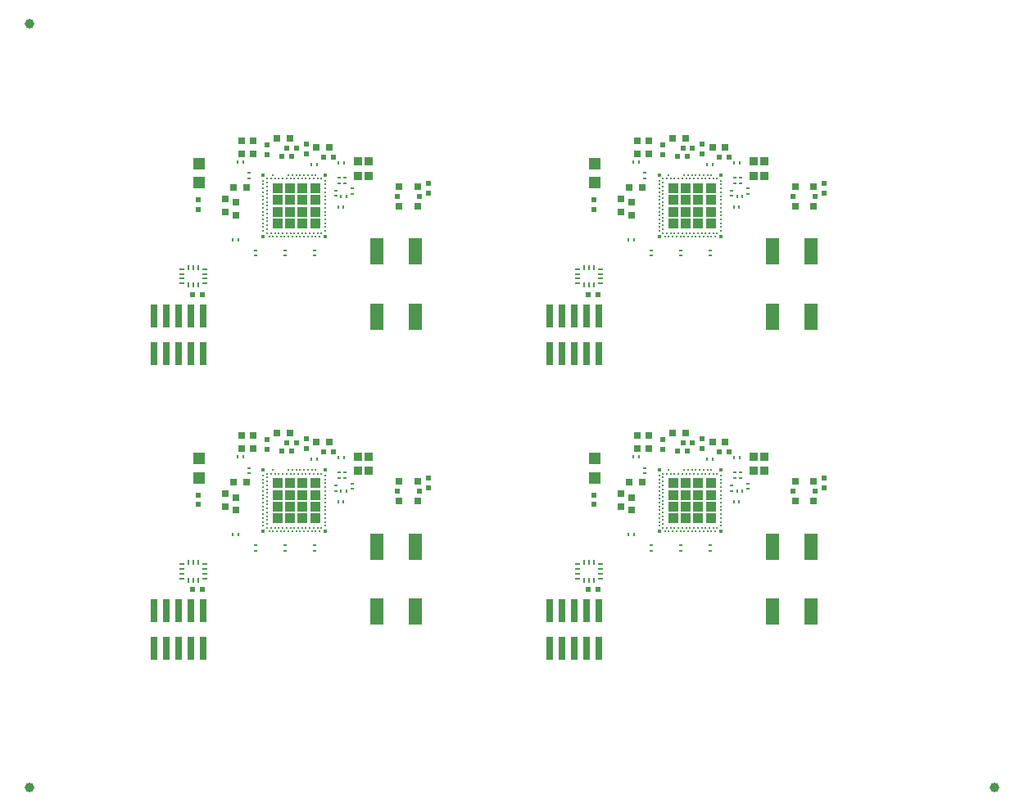
<source format=gtp>
G04*
G04 #@! TF.GenerationSoftware,Altium Limited,Altium Designer,24.0.1 (36)*
G04*
G04 Layer_Color=8421504*
%FSLAX24Y24*%
%MOIN*%
G70*
G04*
G04 #@! TF.SameCoordinates,9228D32E-8527-4A6C-AAF6-1CDB9724A3A0*
G04*
G04*
G04 #@! TF.FilePolarity,Positive*
G04*
G01*
G75*
%ADD10C,0.0394*%
%ADD11R,0.0299X0.0945*%
%ADD12R,0.0098X0.0187*%
%ADD13R,0.0187X0.0098*%
%ADD14R,0.0512X0.0472*%
%ADD15R,0.0236X0.0197*%
%ADD16R,0.0228X0.0197*%
%ADD17R,0.0315X0.0295*%
%ADD18R,0.0197X0.0236*%
%ADD19R,0.0551X0.1083*%
%ADD20R,0.0217X0.0236*%
%ADD21R,0.0106X0.0118*%
%ADD22R,0.0335X0.0374*%
%ADD24R,0.0118X0.0106*%
%ADD25R,0.0315X0.0295*%
%ADD26R,0.0295X0.0315*%
G04:AMPARAMS|DCode=52|XSize=43.3mil|YSize=39.4mil|CornerRadius=3mil|HoleSize=0mil|Usage=FLASHONLY|Rotation=180.000|XOffset=0mil|YOffset=0mil|HoleType=Round|Shape=RoundedRectangle|*
%AMROUNDEDRECTD52*
21,1,0.0433,0.0335,0,0,180.0*
21,1,0.0374,0.0394,0,0,180.0*
1,1,0.0059,-0.0187,0.0167*
1,1,0.0059,0.0187,0.0167*
1,1,0.0059,0.0187,-0.0167*
1,1,0.0059,-0.0187,-0.0167*
%
%ADD52ROUNDEDRECTD52*%
%ADD53C,0.0098*%
%ADD54C,0.0167*%
D10*
X1969Y33071D02*
D03*
X41260Y1969D02*
D03*
X1969D02*
D03*
D11*
X7031Y9193D02*
D03*
X7531D02*
D03*
X8031D02*
D03*
X8532D02*
D03*
X9032D02*
D03*
X7031Y7657D02*
D03*
X7531D02*
D03*
X8031D02*
D03*
X8532D02*
D03*
X9032D02*
D03*
X23134Y9193D02*
D03*
X23634D02*
D03*
X24134D02*
D03*
X24634D02*
D03*
X25134D02*
D03*
X23134Y7657D02*
D03*
X23634D02*
D03*
X24134D02*
D03*
X24634D02*
D03*
X25134D02*
D03*
X7031Y21201D02*
D03*
X7531D02*
D03*
X8031D02*
D03*
X8532D02*
D03*
X9032D02*
D03*
X7031Y19665D02*
D03*
X7531D02*
D03*
X8031D02*
D03*
X8532D02*
D03*
X9032D02*
D03*
X23134Y21201D02*
D03*
X23634D02*
D03*
X24134D02*
D03*
X24634D02*
D03*
X25134D02*
D03*
X23134Y19665D02*
D03*
X23634D02*
D03*
X24134D02*
D03*
X24634D02*
D03*
X25134D02*
D03*
D12*
X8455Y11152D02*
D03*
X8652D02*
D03*
X8848D02*
D03*
Y10433D02*
D03*
X8652D02*
D03*
X8455D02*
D03*
X24557Y11152D02*
D03*
X24754D02*
D03*
X24951D02*
D03*
Y10433D02*
D03*
X24754D02*
D03*
X24557D02*
D03*
X8455Y23159D02*
D03*
X8652D02*
D03*
X8848D02*
D03*
Y22441D02*
D03*
X8652D02*
D03*
X8455D02*
D03*
X24557Y23159D02*
D03*
X24754D02*
D03*
X24951D02*
D03*
Y22441D02*
D03*
X24754D02*
D03*
X24557D02*
D03*
D13*
X9109Y11088D02*
D03*
Y10891D02*
D03*
Y10694D02*
D03*
Y10497D02*
D03*
X8194D02*
D03*
Y10694D02*
D03*
Y10891D02*
D03*
Y11088D02*
D03*
X25212D02*
D03*
Y10891D02*
D03*
Y10694D02*
D03*
Y10497D02*
D03*
X24296D02*
D03*
Y10694D02*
D03*
Y10891D02*
D03*
Y11088D02*
D03*
X9109Y23095D02*
D03*
Y22899D02*
D03*
Y22702D02*
D03*
Y22505D02*
D03*
X8194D02*
D03*
Y22702D02*
D03*
Y22899D02*
D03*
Y23095D02*
D03*
X25212D02*
D03*
Y22899D02*
D03*
Y22702D02*
D03*
Y22505D02*
D03*
X24296D02*
D03*
Y22702D02*
D03*
Y22899D02*
D03*
Y23095D02*
D03*
D14*
X8868Y14596D02*
D03*
Y15384D02*
D03*
X24970Y14596D02*
D03*
Y15384D02*
D03*
X8868Y26604D02*
D03*
Y27392D02*
D03*
X24970Y26604D02*
D03*
Y27392D02*
D03*
D15*
X9016Y10039D02*
D03*
X8622D02*
D03*
X12854Y16006D02*
D03*
X12461D02*
D03*
X12638Y15671D02*
D03*
X12244D02*
D03*
X14341Y15650D02*
D03*
X13947D02*
D03*
X25118Y10039D02*
D03*
X24724D02*
D03*
X28957Y16006D02*
D03*
X28563D02*
D03*
X28740Y15671D02*
D03*
X28346D02*
D03*
X30443Y15650D02*
D03*
X30049D02*
D03*
X9016Y22047D02*
D03*
X8622D02*
D03*
X12854Y28014D02*
D03*
X12461D02*
D03*
X12638Y27679D02*
D03*
X12244D02*
D03*
X14341Y27657D02*
D03*
X13947D02*
D03*
X25118Y22047D02*
D03*
X24724D02*
D03*
X28957Y28014D02*
D03*
X28563D02*
D03*
X28740Y27679D02*
D03*
X28346D02*
D03*
X30443Y27657D02*
D03*
X30049D02*
D03*
D16*
X17858Y14055D02*
D03*
X16945D02*
D03*
X33961D02*
D03*
X33047D02*
D03*
X17858Y26063D02*
D03*
X16945D02*
D03*
X33961D02*
D03*
X33047D02*
D03*
D17*
X17776Y13652D02*
D03*
Y14459D02*
D03*
X17028D02*
D03*
Y13652D02*
D03*
X33878D02*
D03*
Y14459D02*
D03*
X33130D02*
D03*
Y13652D02*
D03*
X17776Y25659D02*
D03*
Y26467D02*
D03*
X17028D02*
D03*
Y25659D02*
D03*
X33878D02*
D03*
Y26467D02*
D03*
X33130D02*
D03*
Y25659D02*
D03*
D18*
X18199Y14183D02*
D03*
Y14577D02*
D03*
X11634Y16152D02*
D03*
Y15758D02*
D03*
X13258Y16171D02*
D03*
Y15778D02*
D03*
X34301Y14183D02*
D03*
Y14577D02*
D03*
X27736Y16152D02*
D03*
Y15758D02*
D03*
X29360Y16171D02*
D03*
Y15778D02*
D03*
X18199Y26191D02*
D03*
Y26585D02*
D03*
X11634Y28159D02*
D03*
Y27766D02*
D03*
X13258Y28179D02*
D03*
Y27785D02*
D03*
X34301Y26191D02*
D03*
Y26585D02*
D03*
X27736Y28159D02*
D03*
Y27766D02*
D03*
X29360Y28179D02*
D03*
Y27785D02*
D03*
D19*
X17677Y11801D02*
D03*
X16102D02*
D03*
X17677Y9144D02*
D03*
X16102D02*
D03*
X33780Y11801D02*
D03*
X32205D02*
D03*
X33780Y9144D02*
D03*
X32205D02*
D03*
X17677Y23809D02*
D03*
X16102D02*
D03*
X17677Y21152D02*
D03*
X16102D02*
D03*
X33780Y23809D02*
D03*
X32205D02*
D03*
X33780Y21152D02*
D03*
X32205D02*
D03*
D20*
X8848Y13898D02*
D03*
Y13504D02*
D03*
X24951Y13898D02*
D03*
Y13504D02*
D03*
X8848Y25906D02*
D03*
Y25512D02*
D03*
X24951Y25906D02*
D03*
Y25512D02*
D03*
D21*
X10663Y15443D02*
D03*
X10439D02*
D03*
X14661Y14055D02*
D03*
X14886D02*
D03*
X14758Y13612D02*
D03*
X14533D02*
D03*
X10252Y12293D02*
D03*
X10476D02*
D03*
X13663Y15354D02*
D03*
X13439D02*
D03*
X14778Y15423D02*
D03*
X14553D02*
D03*
X26766Y15443D02*
D03*
X26541D02*
D03*
X30764Y14055D02*
D03*
X30988D02*
D03*
X30860Y13612D02*
D03*
X30636D02*
D03*
X26354Y12293D02*
D03*
X26579D02*
D03*
X29765Y15354D02*
D03*
X29541D02*
D03*
X30880Y15423D02*
D03*
X30656D02*
D03*
X10663Y27451D02*
D03*
X10439D02*
D03*
X14661Y26063D02*
D03*
X14886D02*
D03*
X14758Y25620D02*
D03*
X14533D02*
D03*
X10252Y24301D02*
D03*
X10476D02*
D03*
X13663Y27362D02*
D03*
X13439D02*
D03*
X14778Y27431D02*
D03*
X14553D02*
D03*
X26766Y27451D02*
D03*
X26541D02*
D03*
X30764Y26063D02*
D03*
X30988D02*
D03*
X30860Y25620D02*
D03*
X30636D02*
D03*
X26354Y24301D02*
D03*
X26579D02*
D03*
X29765Y27362D02*
D03*
X29541D02*
D03*
X30880Y27431D02*
D03*
X30656D02*
D03*
D22*
X15787Y15464D02*
D03*
X15335Y14893D02*
D03*
X15787D02*
D03*
X15335Y15464D02*
D03*
X31890D02*
D03*
X31437Y14893D02*
D03*
X31890D02*
D03*
X31437Y15464D02*
D03*
X15787Y27472D02*
D03*
X15335Y26901D02*
D03*
X15787D02*
D03*
X15335Y27472D02*
D03*
X31890D02*
D03*
X31437Y26901D02*
D03*
X31890D02*
D03*
X31437Y27472D02*
D03*
D24*
X13563Y11630D02*
D03*
Y11854D02*
D03*
X12383D02*
D03*
Y11630D02*
D03*
X15108Y14140D02*
D03*
Y14364D02*
D03*
X11171Y11630D02*
D03*
Y11854D02*
D03*
X14803Y14817D02*
D03*
Y14593D02*
D03*
X10906Y14994D02*
D03*
Y14770D02*
D03*
X14587Y14593D02*
D03*
Y14817D02*
D03*
X14449Y14061D02*
D03*
Y14285D02*
D03*
X29665Y11630D02*
D03*
Y11854D02*
D03*
X28485D02*
D03*
Y11630D02*
D03*
X31211Y14140D02*
D03*
Y14364D02*
D03*
X27273Y11630D02*
D03*
Y11854D02*
D03*
X30906Y14817D02*
D03*
Y14593D02*
D03*
X27008Y14994D02*
D03*
Y14770D02*
D03*
X30689Y14593D02*
D03*
Y14817D02*
D03*
X30551Y14061D02*
D03*
Y14285D02*
D03*
X13563Y23638D02*
D03*
Y23862D02*
D03*
X12383D02*
D03*
Y23638D02*
D03*
X15108Y26148D02*
D03*
Y26372D02*
D03*
X11171Y23638D02*
D03*
Y23862D02*
D03*
X14803Y26825D02*
D03*
Y26600D02*
D03*
X10906Y27002D02*
D03*
Y26778D02*
D03*
X14587Y26600D02*
D03*
Y26825D02*
D03*
X14449Y26069D02*
D03*
Y26293D02*
D03*
X29665Y23638D02*
D03*
Y23862D02*
D03*
X28485D02*
D03*
Y23638D02*
D03*
X31211Y26148D02*
D03*
Y26372D02*
D03*
X27273Y23638D02*
D03*
Y23862D02*
D03*
X30906Y26825D02*
D03*
Y26600D02*
D03*
X27008Y27002D02*
D03*
Y26778D02*
D03*
X30689Y26600D02*
D03*
Y26825D02*
D03*
X30551Y26069D02*
D03*
Y26293D02*
D03*
D25*
X10394Y13268D02*
D03*
Y13799D02*
D03*
X11063Y16311D02*
D03*
Y15780D02*
D03*
X9931Y13425D02*
D03*
Y13957D02*
D03*
X10620Y15780D02*
D03*
Y16311D02*
D03*
X26496Y13268D02*
D03*
Y13799D02*
D03*
X27165Y16311D02*
D03*
Y15780D02*
D03*
X26033Y13425D02*
D03*
Y13957D02*
D03*
X26722Y15780D02*
D03*
Y16311D02*
D03*
X10394Y25276D02*
D03*
Y25807D02*
D03*
X11063Y28319D02*
D03*
Y27787D02*
D03*
X9931Y25433D02*
D03*
Y25965D02*
D03*
X10620Y27787D02*
D03*
Y28319D02*
D03*
X26496Y25276D02*
D03*
Y25807D02*
D03*
X27165Y28319D02*
D03*
Y27787D02*
D03*
X26033Y25433D02*
D03*
Y25965D02*
D03*
X26722Y27787D02*
D03*
Y28319D02*
D03*
D26*
X14193Y16053D02*
D03*
X13661D02*
D03*
X12037Y16407D02*
D03*
X12569D02*
D03*
X10817Y14409D02*
D03*
X10285D02*
D03*
X30295Y16053D02*
D03*
X29764D02*
D03*
X28140Y16407D02*
D03*
X28671D02*
D03*
X26919Y14409D02*
D03*
X26388D02*
D03*
X14193Y28061D02*
D03*
X13661D02*
D03*
X12037Y28415D02*
D03*
X12569D02*
D03*
X10817Y26417D02*
D03*
X10285D02*
D03*
X30295Y28061D02*
D03*
X29764D02*
D03*
X28140Y28415D02*
D03*
X28671D02*
D03*
X26919Y26417D02*
D03*
X26388D02*
D03*
D52*
X13602Y12953D02*
D03*
X13091D02*
D03*
X12579D02*
D03*
X12067D02*
D03*
Y13425D02*
D03*
X12579D02*
D03*
X13091D02*
D03*
X13602D02*
D03*
X12067Y13898D02*
D03*
X12579D02*
D03*
X13091D02*
D03*
X13602D02*
D03*
X12067Y14370D02*
D03*
X12579D02*
D03*
X13091D02*
D03*
X13602D02*
D03*
X29705Y12953D02*
D03*
X29193D02*
D03*
X28681D02*
D03*
X28169D02*
D03*
Y13425D02*
D03*
X28681D02*
D03*
X29193D02*
D03*
X29705D02*
D03*
X28169Y13898D02*
D03*
X28681D02*
D03*
X29193D02*
D03*
X29705D02*
D03*
X28169Y14370D02*
D03*
X28681D02*
D03*
X29193D02*
D03*
X29705D02*
D03*
X13602Y24961D02*
D03*
X13091D02*
D03*
X12579D02*
D03*
X12067D02*
D03*
Y25433D02*
D03*
X12579D02*
D03*
X13091D02*
D03*
X13602D02*
D03*
X12067Y25906D02*
D03*
X12579D02*
D03*
X13091D02*
D03*
X13602D02*
D03*
X12067Y26378D02*
D03*
X12579D02*
D03*
X13091D02*
D03*
X13602D02*
D03*
X29705Y24961D02*
D03*
X29193D02*
D03*
X28681D02*
D03*
X28169D02*
D03*
Y25433D02*
D03*
X28681D02*
D03*
X29193D02*
D03*
X29705D02*
D03*
X28169Y25906D02*
D03*
X28681D02*
D03*
X29193D02*
D03*
X29705D02*
D03*
X28169Y26378D02*
D03*
X28681D02*
D03*
X29193D02*
D03*
X29705D02*
D03*
D53*
X11811Y14764D02*
D03*
X11654D02*
D03*
X11496Y13898D02*
D03*
Y13740D02*
D03*
Y13425D02*
D03*
Y13268D02*
D03*
X11654Y13504D02*
D03*
Y13346D02*
D03*
Y13189D02*
D03*
Y13032D02*
D03*
Y12717D02*
D03*
X11496Y12638D02*
D03*
X11654Y12559D02*
D03*
X11811D02*
D03*
X11968D02*
D03*
X11890Y12402D02*
D03*
X12126Y12559D02*
D03*
X12283D02*
D03*
X12205Y12402D02*
D03*
X12441Y12559D02*
D03*
X12598D02*
D03*
X12520Y12402D02*
D03*
X12756Y12559D02*
D03*
X12677Y12402D02*
D03*
X12913Y12559D02*
D03*
X13071D02*
D03*
X13622Y12402D02*
D03*
X13701Y12559D02*
D03*
X13780Y12402D02*
D03*
X13858Y12559D02*
D03*
X14016Y12953D02*
D03*
Y13583D02*
D03*
X13386Y14764D02*
D03*
X13228D02*
D03*
X11654Y13976D02*
D03*
Y13819D02*
D03*
X11496Y12953D02*
D03*
X11654Y12874D02*
D03*
X12992Y12402D02*
D03*
X13228Y12559D02*
D03*
X13150Y12402D02*
D03*
X13386Y12559D02*
D03*
X13307Y12402D02*
D03*
X13543Y12559D02*
D03*
X14016Y13740D02*
D03*
X13071Y14764D02*
D03*
X12913D02*
D03*
X12835Y14921D02*
D03*
X12756Y14764D02*
D03*
X12598D02*
D03*
X14016Y13425D02*
D03*
Y13268D02*
D03*
Y14685D02*
D03*
X13858Y14764D02*
D03*
X13622Y14921D02*
D03*
X13465Y12402D02*
D03*
X12835D02*
D03*
X12362D02*
D03*
X12047D02*
D03*
X11732D02*
D03*
X11496Y12795D02*
D03*
X14016Y13110D02*
D03*
X11496D02*
D03*
Y13583D02*
D03*
X11654Y13661D02*
D03*
X14016Y13898D02*
D03*
Y14055D02*
D03*
X11496D02*
D03*
X11654Y14134D02*
D03*
X14016Y14213D02*
D03*
X11496D02*
D03*
X11654Y14291D02*
D03*
X14016Y14370D02*
D03*
X11496D02*
D03*
X11654Y14449D02*
D03*
X14016Y14528D02*
D03*
X11496D02*
D03*
X11654Y14606D02*
D03*
X11496Y14685D02*
D03*
X12441Y14764D02*
D03*
X12283D02*
D03*
X12126D02*
D03*
X11968D02*
D03*
X13465Y14921D02*
D03*
X13307D02*
D03*
X13150D02*
D03*
X12992D02*
D03*
X12677D02*
D03*
X12520D02*
D03*
X11890D02*
D03*
X13543Y14764D02*
D03*
X13701D02*
D03*
X14016Y12795D02*
D03*
Y12638D02*
D03*
X27913Y14764D02*
D03*
X27756D02*
D03*
X27598Y13898D02*
D03*
Y13740D02*
D03*
Y13425D02*
D03*
Y13268D02*
D03*
X27756Y13504D02*
D03*
Y13346D02*
D03*
Y13189D02*
D03*
Y13032D02*
D03*
Y12717D02*
D03*
X27598Y12638D02*
D03*
X27756Y12559D02*
D03*
X27913D02*
D03*
X28071D02*
D03*
X27992Y12402D02*
D03*
X28228Y12559D02*
D03*
X28386D02*
D03*
X28307Y12402D02*
D03*
X28543Y12559D02*
D03*
X28701D02*
D03*
X28622Y12402D02*
D03*
X28858Y12559D02*
D03*
X28780Y12402D02*
D03*
X29016Y12559D02*
D03*
X29173D02*
D03*
X29724Y12402D02*
D03*
X29803Y12559D02*
D03*
X29882Y12402D02*
D03*
X29961Y12559D02*
D03*
X30118Y12953D02*
D03*
Y13583D02*
D03*
X29488Y14764D02*
D03*
X29331D02*
D03*
X27756Y13976D02*
D03*
Y13819D02*
D03*
X27598Y12953D02*
D03*
X27756Y12874D02*
D03*
X29094Y12402D02*
D03*
X29331Y12559D02*
D03*
X29252Y12402D02*
D03*
X29488Y12559D02*
D03*
X29409Y12402D02*
D03*
X29646Y12559D02*
D03*
X30118Y13740D02*
D03*
X29173Y14764D02*
D03*
X29016D02*
D03*
X28937Y14921D02*
D03*
X28858Y14764D02*
D03*
X28701D02*
D03*
X30118Y13425D02*
D03*
Y13268D02*
D03*
Y14685D02*
D03*
X29961Y14764D02*
D03*
X29724Y14921D02*
D03*
X29567Y12402D02*
D03*
X28937D02*
D03*
X28465D02*
D03*
X28150D02*
D03*
X27835D02*
D03*
X27598Y12795D02*
D03*
X30118Y13110D02*
D03*
X27598D02*
D03*
Y13583D02*
D03*
X27756Y13661D02*
D03*
X30118Y13898D02*
D03*
Y14055D02*
D03*
X27598D02*
D03*
X27756Y14134D02*
D03*
X30118Y14213D02*
D03*
X27598D02*
D03*
X27756Y14291D02*
D03*
X30118Y14370D02*
D03*
X27598D02*
D03*
X27756Y14449D02*
D03*
X30118Y14528D02*
D03*
X27598D02*
D03*
X27756Y14606D02*
D03*
X27598Y14685D02*
D03*
X28543Y14764D02*
D03*
X28386D02*
D03*
X28228D02*
D03*
X28071D02*
D03*
X29567Y14921D02*
D03*
X29409D02*
D03*
X29252D02*
D03*
X29094D02*
D03*
X28780D02*
D03*
X28622D02*
D03*
X27992D02*
D03*
X29646Y14764D02*
D03*
X29803D02*
D03*
X30118Y12795D02*
D03*
Y12638D02*
D03*
X11811Y26772D02*
D03*
X11654D02*
D03*
X11496Y25906D02*
D03*
Y25748D02*
D03*
Y25433D02*
D03*
Y25276D02*
D03*
X11654Y25512D02*
D03*
Y25354D02*
D03*
Y25197D02*
D03*
Y25039D02*
D03*
Y24724D02*
D03*
X11496Y24646D02*
D03*
X11654Y24567D02*
D03*
X11811D02*
D03*
X11968D02*
D03*
X11890Y24409D02*
D03*
X12126Y24567D02*
D03*
X12283D02*
D03*
X12205Y24409D02*
D03*
X12441Y24567D02*
D03*
X12598D02*
D03*
X12520Y24409D02*
D03*
X12756Y24567D02*
D03*
X12677Y24409D02*
D03*
X12913Y24567D02*
D03*
X13071D02*
D03*
X13622Y24409D02*
D03*
X13701Y24567D02*
D03*
X13780Y24409D02*
D03*
X13858Y24567D02*
D03*
X14016Y24961D02*
D03*
Y25591D02*
D03*
X13386Y26772D02*
D03*
X13228D02*
D03*
X11654Y25984D02*
D03*
Y25827D02*
D03*
X11496Y24961D02*
D03*
X11654Y24882D02*
D03*
X12992Y24409D02*
D03*
X13228Y24567D02*
D03*
X13150Y24409D02*
D03*
X13386Y24567D02*
D03*
X13307Y24409D02*
D03*
X13543Y24567D02*
D03*
X14016Y25748D02*
D03*
X13071Y26772D02*
D03*
X12913D02*
D03*
X12835Y26929D02*
D03*
X12756Y26772D02*
D03*
X12598D02*
D03*
X14016Y25433D02*
D03*
Y25276D02*
D03*
Y26693D02*
D03*
X13858Y26772D02*
D03*
X13622Y26929D02*
D03*
X13465Y24409D02*
D03*
X12835D02*
D03*
X12362D02*
D03*
X12047D02*
D03*
X11732D02*
D03*
X11496Y24803D02*
D03*
X14016Y25118D02*
D03*
X11496D02*
D03*
Y25591D02*
D03*
X11654Y25669D02*
D03*
X14016Y25906D02*
D03*
Y26063D02*
D03*
X11496D02*
D03*
X11654Y26142D02*
D03*
X14016Y26220D02*
D03*
X11496D02*
D03*
X11654Y26299D02*
D03*
X14016Y26378D02*
D03*
X11496D02*
D03*
X11654Y26457D02*
D03*
X14016Y26535D02*
D03*
X11496D02*
D03*
X11654Y26614D02*
D03*
X11496Y26693D02*
D03*
X12441Y26772D02*
D03*
X12283D02*
D03*
X12126D02*
D03*
X11968D02*
D03*
X13465Y26929D02*
D03*
X13307D02*
D03*
X13150D02*
D03*
X12992D02*
D03*
X12677D02*
D03*
X12520D02*
D03*
X11890D02*
D03*
X13543Y26772D02*
D03*
X13701D02*
D03*
X14016Y24803D02*
D03*
Y24646D02*
D03*
X27913Y26772D02*
D03*
X27756D02*
D03*
X27598Y25906D02*
D03*
Y25748D02*
D03*
Y25433D02*
D03*
Y25276D02*
D03*
X27756Y25512D02*
D03*
Y25354D02*
D03*
Y25197D02*
D03*
Y25039D02*
D03*
Y24724D02*
D03*
X27598Y24646D02*
D03*
X27756Y24567D02*
D03*
X27913D02*
D03*
X28071D02*
D03*
X27992Y24409D02*
D03*
X28228Y24567D02*
D03*
X28386D02*
D03*
X28307Y24409D02*
D03*
X28543Y24567D02*
D03*
X28701D02*
D03*
X28622Y24409D02*
D03*
X28858Y24567D02*
D03*
X28780Y24409D02*
D03*
X29016Y24567D02*
D03*
X29173D02*
D03*
X29724Y24409D02*
D03*
X29803Y24567D02*
D03*
X29882Y24409D02*
D03*
X29961Y24567D02*
D03*
X30118Y24961D02*
D03*
Y25591D02*
D03*
X29488Y26772D02*
D03*
X29331D02*
D03*
X27756Y25984D02*
D03*
Y25827D02*
D03*
X27598Y24961D02*
D03*
X27756Y24882D02*
D03*
X29094Y24409D02*
D03*
X29331Y24567D02*
D03*
X29252Y24409D02*
D03*
X29488Y24567D02*
D03*
X29409Y24409D02*
D03*
X29646Y24567D02*
D03*
X30118Y25748D02*
D03*
X29173Y26772D02*
D03*
X29016D02*
D03*
X28937Y26929D02*
D03*
X28858Y26772D02*
D03*
X28701D02*
D03*
X30118Y25433D02*
D03*
Y25276D02*
D03*
Y26693D02*
D03*
X29961Y26772D02*
D03*
X29724Y26929D02*
D03*
X29567Y24409D02*
D03*
X28937D02*
D03*
X28465D02*
D03*
X28150D02*
D03*
X27835D02*
D03*
X27598Y24803D02*
D03*
X30118Y25118D02*
D03*
X27598D02*
D03*
Y25591D02*
D03*
X27756Y25669D02*
D03*
X30118Y25906D02*
D03*
Y26063D02*
D03*
X27598D02*
D03*
X27756Y26142D02*
D03*
X30118Y26220D02*
D03*
X27598D02*
D03*
X27756Y26299D02*
D03*
X30118Y26378D02*
D03*
X27598D02*
D03*
X27756Y26457D02*
D03*
X30118Y26535D02*
D03*
X27598D02*
D03*
X27756Y26614D02*
D03*
X27598Y26693D02*
D03*
X28543Y26772D02*
D03*
X28386D02*
D03*
X28228D02*
D03*
X28071D02*
D03*
X29567Y26929D02*
D03*
X29409D02*
D03*
X29252D02*
D03*
X29094D02*
D03*
X28780D02*
D03*
X28622D02*
D03*
X27992D02*
D03*
X29646Y26772D02*
D03*
X29803D02*
D03*
X30118Y24803D02*
D03*
Y24646D02*
D03*
D54*
X11496Y14921D02*
D03*
Y12402D02*
D03*
X14016D02*
D03*
Y14921D02*
D03*
X27598D02*
D03*
Y12402D02*
D03*
X30118D02*
D03*
Y14921D02*
D03*
X11496Y26929D02*
D03*
Y24409D02*
D03*
X14016D02*
D03*
Y26929D02*
D03*
X27598D02*
D03*
Y24409D02*
D03*
X30118D02*
D03*
Y26929D02*
D03*
M02*

</source>
